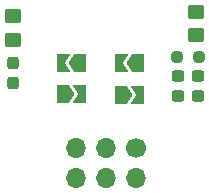
<source format=gbr>
%TF.GenerationSoftware,KiCad,Pcbnew,(6.0.0)*%
%TF.CreationDate,2022-06-09T20:52:26+02:00*%
%TF.ProjectId,TPS42-LCD-Shield,54505334-322d-44c4-9344-2d536869656c,rev?*%
%TF.SameCoordinates,Original*%
%TF.FileFunction,Soldermask,Top*%
%TF.FilePolarity,Negative*%
%FSLAX46Y46*%
G04 Gerber Fmt 4.6, Leading zero omitted, Abs format (unit mm)*
G04 Created by KiCad (PCBNEW (6.0.0)) date 2022-06-09 20:52:26*
%MOMM*%
%LPD*%
G01*
G04 APERTURE LIST*
G04 Aperture macros list*
%AMRoundRect*
0 Rectangle with rounded corners*
0 $1 Rounding radius*
0 $2 $3 $4 $5 $6 $7 $8 $9 X,Y pos of 4 corners*
0 Add a 4 corners polygon primitive as box body*
4,1,4,$2,$3,$4,$5,$6,$7,$8,$9,$2,$3,0*
0 Add four circle primitives for the rounded corners*
1,1,$1+$1,$2,$3*
1,1,$1+$1,$4,$5*
1,1,$1+$1,$6,$7*
1,1,$1+$1,$8,$9*
0 Add four rect primitives between the rounded corners*
20,1,$1+$1,$2,$3,$4,$5,0*
20,1,$1+$1,$4,$5,$6,$7,0*
20,1,$1+$1,$6,$7,$8,$9,0*
20,1,$1+$1,$8,$9,$2,$3,0*%
%AMFreePoly0*
4,1,6,1.000000,0.000000,0.500000,-0.750000,-0.500000,-0.750000,-0.500000,0.750000,0.500000,0.750000,1.000000,0.000000,1.000000,0.000000,$1*%
%AMFreePoly1*
4,1,6,0.500000,-0.750000,-0.650000,-0.750000,-0.150000,0.000000,-0.650000,0.750000,0.500000,0.750000,0.500000,-0.750000,0.500000,-0.750000,$1*%
G04 Aperture macros list end*
%ADD10FreePoly0,180.000000*%
%ADD11FreePoly1,180.000000*%
%ADD12RoundRect,0.237500X0.250000X0.237500X-0.250000X0.237500X-0.250000X-0.237500X0.250000X-0.237500X0*%
%ADD13RoundRect,0.237500X0.300000X0.237500X-0.300000X0.237500X-0.300000X-0.237500X0.300000X-0.237500X0*%
%ADD14RoundRect,0.237500X0.237500X-0.300000X0.237500X0.300000X-0.237500X0.300000X-0.237500X-0.300000X0*%
%ADD15C,1.700000*%
%ADD16O,1.700000X1.700000*%
%ADD17FreePoly0,0.000000*%
%ADD18FreePoly1,0.000000*%
%ADD19RoundRect,0.250000X0.450000X-0.350000X0.450000X0.350000X-0.450000X0.350000X-0.450000X-0.350000X0*%
%ADD20RoundRect,0.250000X-0.450000X0.350000X-0.450000X-0.350000X0.450000X-0.350000X0.450000X0.350000X0*%
G04 APERTURE END LIST*
D10*
%TO.C,JP3*%
X93608940Y-49040000D03*
D11*
X92158940Y-49040000D03*
%TD*%
D12*
%TO.C,R1*%
X103632500Y-48560000D03*
X101807500Y-48560000D03*
%TD*%
D13*
%TO.C,C1*%
X103592500Y-51840000D03*
X101867500Y-51840000D03*
%TD*%
D14*
%TO.C,C2*%
X87940000Y-50772500D03*
X87940000Y-49047500D03*
%TD*%
D15*
%TO.C,J8*%
X98315000Y-56285000D03*
D16*
X95775000Y-56285000D03*
X93235000Y-56285000D03*
X98315000Y-58825000D03*
X95775000Y-58825000D03*
X93235000Y-58825000D03*
%TD*%
D13*
%TO.C,C3*%
X103592500Y-50200000D03*
X101867500Y-50200000D03*
%TD*%
D17*
%TO.C,JP4*%
X92168940Y-51660000D03*
D18*
X93618940Y-51660000D03*
%TD*%
D10*
%TO.C,JP2*%
X98525000Y-49040000D03*
D11*
X97075000Y-49040000D03*
%TD*%
D17*
%TO.C,JP1*%
X97085000Y-51730000D03*
D18*
X98535000Y-51730000D03*
%TD*%
D19*
%TO.C,FB2*%
X87940000Y-47120000D03*
X87940000Y-45120000D03*
%TD*%
D20*
%TO.C,FB1*%
X103400000Y-44710000D03*
X103400000Y-46710000D03*
%TD*%
M02*

</source>
